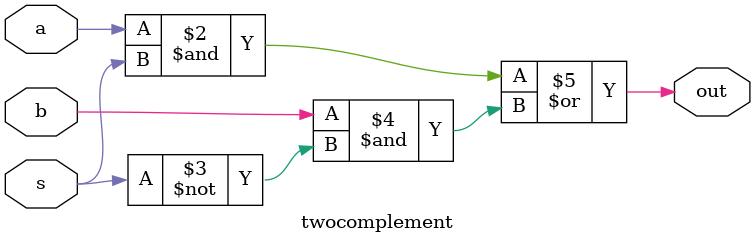
<source format=v>
module twocomplement 
    (
        a,
        b,
        s,
        out,
    );

    input a;
    input b;
    input s;

    output reg out;

    always @(a, b) begin

        out = a & s | b & ~s; 
    
    end



endmodule

</source>
